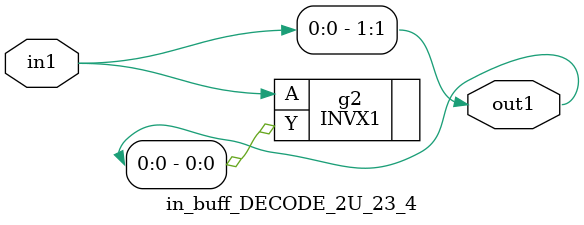
<source format=v>
`timescale 1ps / 1ps


module in_buff_DECODE_2U_23_4(in1, out1);
  input in1;
  output [1:0] out1;
  wire in1;
  wire [1:0] out1;
  assign out1[1] = in1;
  INVX1 g2(.A (in1), .Y (out1[0]));
endmodule



</source>
